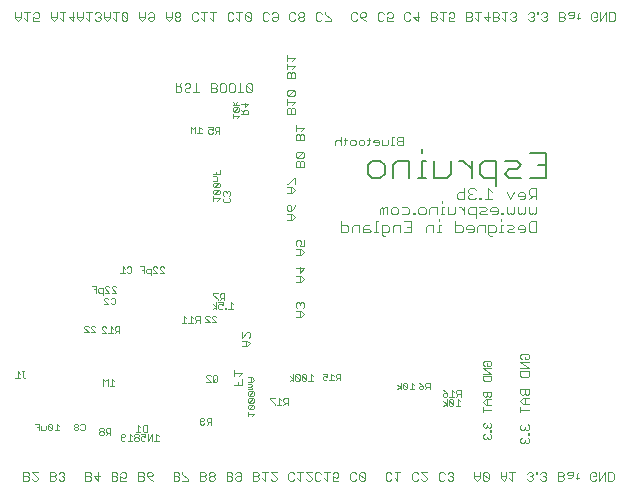
<source format=gbo>
G75*
G70*
%OFA0B0*%
%FSLAX24Y24*%
%IPPOS*%
%LPD*%
%AMOC8*
5,1,8,0,0,1.08239X$1,22.5*
%
%ADD10C,0.0030*%
%ADD11C,0.0070*%
%ADD12C,0.0020*%
D10*
X000936Y000336D02*
X001081Y000336D01*
X001130Y000384D01*
X001130Y000433D01*
X001081Y000481D01*
X000936Y000481D01*
X000936Y000626D02*
X000936Y000336D01*
X001081Y000481D02*
X001130Y000529D01*
X001130Y000578D01*
X001081Y000626D01*
X000936Y000626D01*
X001231Y000626D02*
X001424Y000433D01*
X001424Y000384D01*
X001376Y000336D01*
X001279Y000336D01*
X001231Y000384D01*
X001231Y000626D02*
X001424Y000626D01*
X001820Y000626D02*
X001820Y000336D01*
X001965Y000336D01*
X002014Y000384D01*
X002014Y000433D01*
X001965Y000481D01*
X001820Y000481D01*
X001820Y000626D02*
X001965Y000626D01*
X002014Y000578D01*
X002014Y000529D01*
X001965Y000481D01*
X002115Y000384D02*
X002163Y000336D01*
X002260Y000336D01*
X002308Y000384D01*
X002308Y000433D01*
X002260Y000481D01*
X002308Y000529D01*
X002308Y000578D01*
X002260Y000626D01*
X002163Y000626D01*
X002115Y000578D01*
X002211Y000481D02*
X002260Y000481D01*
X002999Y000481D02*
X003144Y000481D01*
X003192Y000529D01*
X003192Y000578D01*
X003144Y000626D01*
X002999Y000626D01*
X002999Y000336D01*
X003144Y000336D01*
X003192Y000384D01*
X003192Y000433D01*
X003144Y000481D01*
X003293Y000481D02*
X003487Y000481D01*
X003438Y000336D02*
X003293Y000481D01*
X003438Y000626D02*
X003438Y000336D01*
X003883Y000336D02*
X004028Y000336D01*
X004076Y000384D01*
X004076Y000433D01*
X004028Y000481D01*
X003883Y000481D01*
X004028Y000481D02*
X004076Y000529D01*
X004076Y000578D01*
X004028Y000626D01*
X003883Y000626D01*
X003883Y000336D01*
X004177Y000336D02*
X004177Y000481D01*
X004274Y000433D01*
X004322Y000433D01*
X004371Y000481D01*
X004371Y000578D01*
X004322Y000626D01*
X004226Y000626D01*
X004177Y000578D01*
X004177Y000336D02*
X004371Y000336D01*
X004767Y000336D02*
X004912Y000336D01*
X004960Y000384D01*
X004960Y000433D01*
X004912Y000481D01*
X004767Y000481D01*
X004912Y000481D02*
X004960Y000529D01*
X004960Y000578D01*
X004912Y000626D01*
X004767Y000626D01*
X004767Y000336D01*
X005061Y000481D02*
X005061Y000578D01*
X005110Y000626D01*
X005206Y000626D01*
X005255Y000578D01*
X005255Y000529D01*
X005206Y000481D01*
X005061Y000481D01*
X005158Y000384D01*
X005255Y000336D01*
X005945Y000336D02*
X006090Y000336D01*
X006139Y000384D01*
X006139Y000433D01*
X006090Y000481D01*
X005945Y000481D01*
X005945Y000626D02*
X005945Y000336D01*
X006090Y000481D02*
X006139Y000529D01*
X006139Y000578D01*
X006090Y000626D01*
X005945Y000626D01*
X006240Y000626D02*
X006240Y000578D01*
X006433Y000384D01*
X006433Y000336D01*
X006240Y000336D01*
X006829Y000336D02*
X006974Y000336D01*
X007023Y000384D01*
X007023Y000433D01*
X006974Y000481D01*
X006829Y000481D01*
X006829Y000626D02*
X006829Y000336D01*
X006974Y000481D02*
X007023Y000529D01*
X007023Y000578D01*
X006974Y000626D01*
X006829Y000626D01*
X007124Y000578D02*
X007124Y000529D01*
X007172Y000481D01*
X007269Y000481D01*
X007317Y000529D01*
X007317Y000578D01*
X007269Y000626D01*
X007172Y000626D01*
X007124Y000578D01*
X007172Y000481D02*
X007124Y000433D01*
X007124Y000384D01*
X007172Y000336D01*
X007269Y000336D01*
X007317Y000384D01*
X007317Y000433D01*
X007269Y000481D01*
X007713Y000481D02*
X007858Y000481D01*
X007906Y000529D01*
X007906Y000578D01*
X007858Y000626D01*
X007713Y000626D01*
X007713Y000336D01*
X007858Y000336D01*
X007906Y000384D01*
X007906Y000433D01*
X007858Y000481D01*
X008008Y000433D02*
X008056Y000481D01*
X008201Y000481D01*
X008201Y000384D02*
X008153Y000336D01*
X008056Y000336D01*
X008008Y000384D01*
X008008Y000433D01*
X008008Y000578D02*
X008056Y000626D01*
X008153Y000626D01*
X008201Y000578D01*
X008201Y000384D01*
X008597Y000336D02*
X008742Y000336D01*
X008790Y000384D01*
X008790Y000433D01*
X008742Y000481D01*
X008597Y000481D01*
X008597Y000626D02*
X008597Y000336D01*
X008742Y000481D02*
X008790Y000529D01*
X008790Y000578D01*
X008742Y000626D01*
X008597Y000626D01*
X008892Y000626D02*
X009085Y000626D01*
X008988Y000626D02*
X008988Y000336D01*
X008892Y000433D01*
X009186Y000384D02*
X009235Y000336D01*
X009331Y000336D01*
X009380Y000384D01*
X009380Y000433D01*
X009186Y000626D01*
X009380Y000626D01*
X009776Y000578D02*
X009776Y000384D01*
X009824Y000336D01*
X009921Y000336D01*
X009969Y000384D01*
X010070Y000433D02*
X010167Y000336D01*
X010167Y000626D01*
X010070Y000626D02*
X010264Y000626D01*
X010365Y000626D02*
X010558Y000433D01*
X010558Y000384D01*
X010510Y000336D01*
X010413Y000336D01*
X010365Y000384D01*
X010365Y000626D02*
X010558Y000626D01*
X010659Y000578D02*
X010708Y000626D01*
X010805Y000626D01*
X010853Y000578D01*
X010954Y000626D02*
X011148Y000626D01*
X011051Y000626D02*
X011051Y000336D01*
X010954Y000433D01*
X010853Y000384D02*
X010805Y000336D01*
X010708Y000336D01*
X010659Y000384D01*
X010659Y000578D01*
X011249Y000578D02*
X011297Y000626D01*
X011394Y000626D01*
X011442Y000578D01*
X011442Y000481D01*
X011394Y000433D01*
X011346Y000433D01*
X011249Y000481D01*
X011249Y000336D01*
X011442Y000336D01*
X011838Y000384D02*
X011838Y000578D01*
X011886Y000626D01*
X011983Y000626D01*
X012032Y000578D01*
X012133Y000578D02*
X012133Y000384D01*
X012181Y000336D01*
X012278Y000336D01*
X012326Y000384D01*
X012133Y000578D01*
X012181Y000626D01*
X012278Y000626D01*
X012326Y000578D01*
X012326Y000384D01*
X012032Y000384D02*
X011983Y000336D01*
X011886Y000336D01*
X011838Y000384D01*
X013017Y000384D02*
X013017Y000578D01*
X013065Y000626D01*
X013162Y000626D01*
X013210Y000578D01*
X013311Y000626D02*
X013505Y000626D01*
X013408Y000626D02*
X013408Y000336D01*
X013311Y000433D01*
X013210Y000384D02*
X013162Y000336D01*
X013065Y000336D01*
X013017Y000384D01*
X013901Y000384D02*
X013901Y000578D01*
X013949Y000626D01*
X014046Y000626D01*
X014094Y000578D01*
X014195Y000626D02*
X014389Y000433D01*
X014389Y000384D01*
X014340Y000336D01*
X014244Y000336D01*
X014195Y000384D01*
X014094Y000384D02*
X014046Y000336D01*
X013949Y000336D01*
X013901Y000384D01*
X014195Y000626D02*
X014389Y000626D01*
X014785Y000578D02*
X014785Y000384D01*
X014833Y000336D01*
X014930Y000336D01*
X014978Y000384D01*
X015079Y000384D02*
X015128Y000336D01*
X015224Y000336D01*
X015273Y000384D01*
X015273Y000433D01*
X015224Y000481D01*
X015273Y000529D01*
X015273Y000578D01*
X015224Y000626D01*
X015128Y000626D01*
X015079Y000578D01*
X014978Y000578D02*
X014930Y000626D01*
X014833Y000626D01*
X014785Y000578D01*
X015176Y000481D02*
X015224Y000481D01*
X015963Y000481D02*
X016157Y000481D01*
X016157Y000433D02*
X016157Y000626D01*
X016258Y000578D02*
X016451Y000384D01*
X016451Y000578D01*
X016403Y000626D01*
X016306Y000626D01*
X016258Y000578D01*
X016258Y000384D01*
X016306Y000336D01*
X016403Y000336D01*
X016451Y000384D01*
X016157Y000433D02*
X016060Y000336D01*
X015963Y000433D01*
X015963Y000626D01*
X016847Y000626D02*
X016847Y000433D01*
X016944Y000336D01*
X017041Y000433D01*
X017041Y000626D01*
X017142Y000626D02*
X017335Y000626D01*
X017238Y000626D02*
X017238Y000336D01*
X017142Y000433D01*
X017041Y000481D02*
X016847Y000481D01*
X017731Y000384D02*
X017779Y000336D01*
X017876Y000336D01*
X017924Y000384D01*
X017924Y000433D01*
X017876Y000481D01*
X017924Y000529D01*
X017924Y000578D01*
X017876Y000626D01*
X017779Y000626D01*
X017731Y000578D01*
X017828Y000481D02*
X017876Y000481D01*
X018026Y000578D02*
X018074Y000578D01*
X018074Y000626D01*
X018026Y000626D01*
X018026Y000578D01*
X018173Y000578D02*
X018221Y000626D01*
X018318Y000626D01*
X018366Y000578D01*
X018366Y000529D01*
X018318Y000481D01*
X018270Y000481D01*
X018318Y000481D02*
X018366Y000433D01*
X018366Y000384D01*
X018318Y000336D01*
X018221Y000336D01*
X018173Y000384D01*
X018762Y000336D02*
X018907Y000336D01*
X018956Y000384D01*
X018956Y000433D01*
X018907Y000481D01*
X018762Y000481D01*
X018762Y000626D02*
X018762Y000336D01*
X018907Y000481D02*
X018956Y000529D01*
X018956Y000578D01*
X018907Y000626D01*
X018762Y000626D01*
X019057Y000578D02*
X019105Y000529D01*
X019250Y000529D01*
X019250Y000481D02*
X019250Y000626D01*
X019105Y000626D01*
X019057Y000578D01*
X019105Y000433D02*
X019202Y000433D01*
X019250Y000481D01*
X019352Y000433D02*
X019448Y000433D01*
X019400Y000384D02*
X019400Y000578D01*
X019448Y000626D01*
X019843Y000578D02*
X019843Y000384D01*
X019891Y000336D01*
X019988Y000336D01*
X020036Y000384D01*
X020036Y000481D02*
X019939Y000481D01*
X020036Y000481D02*
X020036Y000578D01*
X019988Y000626D01*
X019891Y000626D01*
X019843Y000578D01*
X020137Y000626D02*
X020137Y000336D01*
X020331Y000626D01*
X020331Y000336D01*
X020432Y000336D02*
X020432Y000626D01*
X020577Y000626D01*
X020625Y000578D01*
X020625Y000384D01*
X020577Y000336D01*
X020432Y000336D01*
X017796Y001632D02*
X017748Y001584D01*
X017699Y001584D01*
X017651Y001632D01*
X017651Y001680D01*
X017651Y001632D02*
X017603Y001584D01*
X017554Y001584D01*
X017506Y001632D01*
X017506Y001729D01*
X017554Y001777D01*
X017748Y001777D02*
X017796Y001729D01*
X017796Y001632D01*
X017796Y001876D02*
X017796Y001924D01*
X017748Y001924D01*
X017748Y001876D01*
X017796Y001876D01*
X017748Y002026D02*
X017796Y002074D01*
X017796Y002171D01*
X017748Y002219D01*
X017651Y002122D02*
X017651Y002074D01*
X017699Y002026D01*
X017748Y002026D01*
X017651Y002074D02*
X017603Y002026D01*
X017554Y002026D01*
X017506Y002074D01*
X017506Y002171D01*
X017554Y002219D01*
X017506Y002615D02*
X017506Y002808D01*
X017506Y002712D02*
X017796Y002712D01*
X017796Y002909D02*
X017603Y002909D01*
X017506Y003006D01*
X017603Y003103D01*
X017796Y003103D01*
X017748Y003204D02*
X017796Y003252D01*
X017796Y003398D01*
X017506Y003398D01*
X017506Y003252D01*
X017554Y003204D01*
X017603Y003204D01*
X017651Y003252D01*
X017651Y003398D01*
X017651Y003252D02*
X017699Y003204D01*
X017748Y003204D01*
X017651Y003103D02*
X017651Y002909D01*
X017554Y003793D02*
X017506Y003842D01*
X017506Y003987D01*
X017796Y003987D01*
X017796Y003842D01*
X017748Y003793D01*
X017554Y003793D01*
X017506Y004088D02*
X017796Y004088D01*
X017506Y004282D01*
X017796Y004282D01*
X017748Y004383D02*
X017651Y004383D01*
X017651Y004479D01*
X017554Y004383D02*
X017506Y004431D01*
X017506Y004528D01*
X017554Y004576D01*
X017748Y004576D01*
X017796Y004528D01*
X017796Y004431D01*
X017748Y004383D01*
X017851Y008616D02*
X017789Y008678D01*
X017789Y008925D01*
X017851Y008986D01*
X018036Y008986D01*
X018036Y008616D01*
X017851Y008616D01*
X017668Y008678D02*
X017668Y008801D01*
X017606Y008863D01*
X017483Y008863D01*
X017421Y008801D01*
X017421Y008740D01*
X017668Y008740D01*
X017668Y008678D02*
X017606Y008616D01*
X017483Y008616D01*
X017300Y008616D02*
X017114Y008616D01*
X017053Y008678D01*
X017114Y008740D01*
X017238Y008740D01*
X017300Y008801D01*
X017238Y008863D01*
X017053Y008863D01*
X016931Y008863D02*
X016870Y008863D01*
X016870Y008616D01*
X016931Y008616D02*
X016808Y008616D01*
X016686Y008678D02*
X016624Y008616D01*
X016439Y008616D01*
X016439Y008554D02*
X016439Y008863D01*
X016624Y008863D01*
X016686Y008801D01*
X016686Y008678D01*
X016562Y008493D02*
X016501Y008493D01*
X016439Y008554D01*
X016317Y008616D02*
X016317Y008863D01*
X016132Y008863D01*
X016071Y008801D01*
X016071Y008616D01*
X015949Y008678D02*
X015887Y008616D01*
X015764Y008616D01*
X015702Y008740D02*
X015949Y008740D01*
X015949Y008801D02*
X015949Y008678D01*
X015949Y008801D02*
X015887Y008863D01*
X015764Y008863D01*
X015702Y008801D01*
X015702Y008740D01*
X015581Y008801D02*
X015519Y008863D01*
X015334Y008863D01*
X015334Y008986D02*
X015334Y008616D01*
X015519Y008616D01*
X015581Y008678D01*
X015581Y008801D01*
X015642Y009216D02*
X015642Y009463D01*
X015519Y009463D02*
X015457Y009463D01*
X015519Y009463D02*
X015642Y009340D01*
X015764Y009401D02*
X015825Y009463D01*
X016011Y009463D01*
X016011Y009093D01*
X016011Y009216D02*
X015825Y009216D01*
X015764Y009278D01*
X015764Y009401D01*
X015825Y009716D02*
X015949Y009716D01*
X016011Y009778D01*
X016133Y009778D02*
X016133Y009716D01*
X016195Y009716D01*
X016195Y009778D01*
X016133Y009778D01*
X016316Y009716D02*
X016563Y009716D01*
X016440Y009716D02*
X016440Y010086D01*
X016563Y009963D01*
X017053Y009963D02*
X017176Y009716D01*
X017300Y009963D01*
X017421Y009901D02*
X017421Y009840D01*
X017668Y009840D01*
X017668Y009901D02*
X017606Y009963D01*
X017483Y009963D01*
X017421Y009901D01*
X017483Y009716D02*
X017606Y009716D01*
X017668Y009778D01*
X017668Y009901D01*
X017789Y009901D02*
X017789Y010025D01*
X017851Y010086D01*
X018036Y010086D01*
X018036Y009716D01*
X018036Y009840D02*
X017851Y009840D01*
X017789Y009901D01*
X017913Y009840D02*
X017789Y009716D01*
X017789Y009463D02*
X017789Y009278D01*
X017851Y009216D01*
X017913Y009278D01*
X017974Y009216D01*
X018036Y009278D01*
X018036Y009463D01*
X017668Y009463D02*
X017668Y009278D01*
X017606Y009216D01*
X017544Y009278D01*
X017483Y009216D01*
X017421Y009278D01*
X017421Y009463D01*
X017300Y009463D02*
X017300Y009278D01*
X017238Y009216D01*
X017176Y009278D01*
X017114Y009216D01*
X017053Y009278D01*
X017053Y009463D01*
X016931Y009278D02*
X016870Y009278D01*
X016870Y009216D01*
X016931Y009216D01*
X016931Y009278D01*
X016747Y009278D02*
X016685Y009216D01*
X016562Y009216D01*
X016500Y009340D02*
X016747Y009340D01*
X016747Y009401D02*
X016685Y009463D01*
X016562Y009463D01*
X016500Y009401D01*
X016500Y009340D01*
X016379Y009401D02*
X016317Y009463D01*
X016132Y009463D01*
X016194Y009340D02*
X016317Y009340D01*
X016379Y009401D01*
X016379Y009216D02*
X016194Y009216D01*
X016132Y009278D01*
X016194Y009340D01*
X015825Y009716D02*
X015764Y009778D01*
X015764Y009840D01*
X015825Y009901D01*
X015887Y009901D01*
X015825Y009901D02*
X015764Y009963D01*
X015764Y010025D01*
X015825Y010086D01*
X015949Y010086D01*
X016011Y010025D01*
X015642Y010086D02*
X015642Y009716D01*
X015457Y009716D01*
X015395Y009778D01*
X015395Y009901D01*
X015457Y009963D01*
X015642Y009963D01*
X015335Y009463D02*
X015335Y009278D01*
X015274Y009216D01*
X015088Y009216D01*
X015088Y009463D01*
X014967Y009463D02*
X014905Y009463D01*
X014905Y009216D01*
X014844Y009216D02*
X014967Y009216D01*
X014721Y009216D02*
X014721Y009463D01*
X014536Y009463D01*
X014475Y009401D01*
X014475Y009216D01*
X014353Y009278D02*
X014291Y009216D01*
X014168Y009216D01*
X014106Y009278D01*
X014106Y009401D01*
X014168Y009463D01*
X014291Y009463D01*
X014353Y009401D01*
X014353Y009278D01*
X013985Y009278D02*
X013985Y009216D01*
X013923Y009216D01*
X013923Y009278D01*
X013985Y009278D01*
X013801Y009278D02*
X013739Y009216D01*
X013554Y009216D01*
X013432Y009278D02*
X013371Y009216D01*
X013247Y009216D01*
X013186Y009278D01*
X013186Y009401D01*
X013247Y009463D01*
X013371Y009463D01*
X013432Y009401D01*
X013432Y009278D01*
X013554Y009463D02*
X013739Y009463D01*
X013801Y009401D01*
X013801Y009278D01*
X013862Y008986D02*
X013615Y008986D01*
X013494Y008863D02*
X013309Y008863D01*
X013247Y008801D01*
X013247Y008616D01*
X013125Y008678D02*
X013064Y008616D01*
X012879Y008616D01*
X012879Y008554D02*
X012879Y008863D01*
X013064Y008863D01*
X013125Y008801D01*
X013125Y008678D01*
X013002Y008493D02*
X012940Y008493D01*
X012879Y008554D01*
X012757Y008616D02*
X012634Y008616D01*
X012695Y008616D02*
X012695Y008986D01*
X012757Y008986D01*
X012817Y009216D02*
X012817Y009401D01*
X012879Y009463D01*
X012941Y009401D01*
X012941Y009216D01*
X013064Y009216D02*
X013064Y009463D01*
X013002Y009463D01*
X012941Y009401D01*
X012450Y008863D02*
X012326Y008863D01*
X012265Y008801D01*
X012265Y008616D01*
X012450Y008616D01*
X012512Y008678D01*
X012450Y008740D01*
X012265Y008740D01*
X012143Y008863D02*
X011958Y008863D01*
X011896Y008801D01*
X011896Y008616D01*
X011775Y008678D02*
X011775Y008801D01*
X011713Y008863D01*
X011528Y008863D01*
X011528Y008986D02*
X011528Y008616D01*
X011713Y008616D01*
X011775Y008678D01*
X012143Y008616D02*
X012143Y008863D01*
X013494Y008863D02*
X013494Y008616D01*
X013615Y008616D02*
X013862Y008616D01*
X013862Y008986D01*
X013862Y008801D02*
X013739Y008801D01*
X014352Y008801D02*
X014352Y008616D01*
X014599Y008616D02*
X014599Y008863D01*
X014414Y008863D01*
X014352Y008801D01*
X014721Y008616D02*
X014844Y008616D01*
X014783Y008616D02*
X014783Y008863D01*
X014844Y008863D01*
X014783Y008986D02*
X014783Y009048D01*
X014905Y009586D02*
X014905Y009648D01*
X016747Y009401D02*
X016747Y009278D01*
X016870Y009048D02*
X016870Y008986D01*
X013586Y011516D02*
X013441Y011516D01*
X013393Y011565D01*
X013393Y011613D01*
X013441Y011661D01*
X013586Y011661D01*
X013586Y011516D02*
X013586Y011806D01*
X013441Y011806D01*
X013393Y011758D01*
X013393Y011710D01*
X013441Y011661D01*
X013292Y011516D02*
X013195Y011516D01*
X013243Y011516D02*
X013243Y011806D01*
X013292Y011806D01*
X013095Y011710D02*
X013095Y011565D01*
X013047Y011516D01*
X012902Y011516D01*
X012902Y011710D01*
X012800Y011661D02*
X012752Y011710D01*
X012655Y011710D01*
X012607Y011661D01*
X012607Y011613D01*
X012800Y011613D01*
X012800Y011565D02*
X012800Y011661D01*
X012800Y011565D02*
X012752Y011516D01*
X012655Y011516D01*
X012457Y011565D02*
X012409Y011516D01*
X012457Y011565D02*
X012457Y011758D01*
X012409Y011710D02*
X012506Y011710D01*
X012309Y011661D02*
X012309Y011565D01*
X012261Y011516D01*
X012164Y011516D01*
X012116Y011565D01*
X012116Y011661D01*
X012164Y011710D01*
X012261Y011710D01*
X012309Y011661D01*
X012015Y011661D02*
X012015Y011565D01*
X011966Y011516D01*
X011870Y011516D01*
X011821Y011565D01*
X011821Y011661D01*
X011870Y011710D01*
X011966Y011710D01*
X012015Y011661D01*
X011720Y011710D02*
X011623Y011710D01*
X011672Y011758D02*
X011672Y011565D01*
X011623Y011516D01*
X011524Y011516D02*
X011524Y011806D01*
X011475Y011710D02*
X011379Y011710D01*
X011330Y011661D01*
X011330Y011516D01*
X011524Y011661D02*
X011475Y011710D01*
X010306Y011693D02*
X010306Y011838D01*
X010258Y011886D01*
X010210Y011886D01*
X010161Y011838D01*
X010161Y011693D01*
X010016Y011693D02*
X010016Y011838D01*
X010065Y011886D01*
X010113Y011886D01*
X010161Y011838D01*
X010210Y011988D02*
X010306Y012084D01*
X010016Y012084D01*
X010016Y011988D02*
X010016Y012181D01*
X010006Y012577D02*
X009716Y012577D01*
X009716Y012722D01*
X009765Y012770D01*
X009813Y012770D01*
X009861Y012722D01*
X009861Y012577D01*
X009861Y012722D02*
X009910Y012770D01*
X009958Y012770D01*
X010006Y012722D01*
X010006Y012577D01*
X009910Y012872D02*
X010006Y012968D01*
X009716Y012968D01*
X009716Y012872D02*
X009716Y013065D01*
X009765Y013166D02*
X009958Y013360D01*
X009765Y013360D01*
X009716Y013311D01*
X009716Y013215D01*
X009765Y013166D01*
X009958Y013166D01*
X010006Y013215D01*
X010006Y013311D01*
X009958Y013360D01*
X010006Y013756D02*
X009716Y013756D01*
X009716Y013901D01*
X009765Y013949D01*
X009813Y013949D01*
X009861Y013901D01*
X009861Y013756D01*
X009861Y013901D02*
X009910Y013949D01*
X009958Y013949D01*
X010006Y013901D01*
X010006Y013756D01*
X009910Y014050D02*
X010006Y014147D01*
X009716Y014147D01*
X009716Y014050D02*
X009716Y014244D01*
X009716Y014345D02*
X009716Y014538D01*
X009716Y014442D02*
X010006Y014442D01*
X009910Y014345D01*
X008567Y013538D02*
X008518Y013586D01*
X008422Y013586D01*
X008373Y013538D01*
X008567Y013344D01*
X008567Y013538D01*
X008373Y013538D02*
X008373Y013344D01*
X008422Y013296D01*
X008518Y013296D01*
X008567Y013344D01*
X008272Y013296D02*
X008079Y013296D01*
X008175Y013296D02*
X008175Y013586D01*
X007978Y013538D02*
X007978Y013344D01*
X007929Y013296D01*
X007832Y013296D01*
X007784Y013344D01*
X007784Y013538D01*
X007832Y013586D01*
X007929Y013586D01*
X007978Y013538D01*
X007683Y013538D02*
X007683Y013344D01*
X007635Y013296D01*
X007538Y013296D01*
X007489Y013344D01*
X007489Y013538D01*
X007538Y013586D01*
X007635Y013586D01*
X007683Y013538D01*
X007388Y013538D02*
X007388Y013489D01*
X007340Y013441D01*
X007195Y013441D01*
X007340Y013441D02*
X007388Y013393D01*
X007388Y013344D01*
X007340Y013296D01*
X007195Y013296D01*
X007195Y013586D01*
X007340Y013586D01*
X007388Y013538D01*
X006799Y013296D02*
X006605Y013296D01*
X006702Y013296D02*
X006702Y013586D01*
X006504Y013538D02*
X006456Y013586D01*
X006359Y013586D01*
X006311Y013538D01*
X006359Y013441D02*
X006456Y013441D01*
X006504Y013489D01*
X006504Y013538D01*
X006359Y013441D02*
X006311Y013393D01*
X006311Y013344D01*
X006359Y013296D01*
X006456Y013296D01*
X006504Y013344D01*
X006210Y013344D02*
X006210Y013441D01*
X006161Y013489D01*
X006016Y013489D01*
X006113Y013489D02*
X006210Y013586D01*
X006016Y013586D02*
X006016Y013296D01*
X006161Y013296D01*
X006210Y013344D01*
X006125Y015666D02*
X006028Y015666D01*
X005980Y015714D01*
X005980Y015763D01*
X006028Y015811D01*
X006125Y015811D01*
X006173Y015859D01*
X006173Y015908D01*
X006125Y015956D01*
X006028Y015956D01*
X005980Y015908D01*
X005980Y015859D01*
X006028Y015811D01*
X006125Y015811D02*
X006173Y015763D01*
X006173Y015714D01*
X006125Y015666D01*
X005879Y015763D02*
X005879Y015956D01*
X005879Y015811D02*
X005685Y015811D01*
X005685Y015763D02*
X005782Y015666D01*
X005879Y015763D01*
X005685Y015763D02*
X005685Y015956D01*
X005289Y015908D02*
X005289Y015714D01*
X005241Y015666D01*
X005144Y015666D01*
X005096Y015714D01*
X005096Y015763D01*
X005144Y015811D01*
X005289Y015811D01*
X005289Y015908D02*
X005241Y015956D01*
X005144Y015956D01*
X005096Y015908D01*
X004995Y015956D02*
X004995Y015763D01*
X004898Y015666D01*
X004801Y015763D01*
X004801Y015956D01*
X004801Y015811D02*
X004995Y015811D01*
X004405Y015714D02*
X004212Y015908D01*
X004260Y015956D01*
X004357Y015956D01*
X004405Y015908D01*
X004405Y015714D01*
X004357Y015666D01*
X004260Y015666D01*
X004212Y015714D01*
X004212Y015908D01*
X004111Y015956D02*
X003917Y015956D01*
X004014Y015956D02*
X004014Y015666D01*
X003917Y015763D01*
X003816Y015763D02*
X003816Y015956D01*
X003816Y015811D02*
X003623Y015811D01*
X003623Y015763D02*
X003719Y015666D01*
X003816Y015763D01*
X003623Y015763D02*
X003623Y015956D01*
X003521Y015908D02*
X003473Y015956D01*
X003376Y015956D01*
X003328Y015908D01*
X003227Y015956D02*
X003033Y015956D01*
X003130Y015956D02*
X003130Y015666D01*
X003033Y015763D01*
X002932Y015763D02*
X002932Y015956D01*
X002932Y015811D02*
X002739Y015811D01*
X002739Y015763D02*
X002835Y015666D01*
X002932Y015763D01*
X002739Y015763D02*
X002739Y015956D01*
X002589Y015956D02*
X002589Y015666D01*
X002444Y015811D01*
X002638Y015811D01*
X002343Y015956D02*
X002149Y015956D01*
X002246Y015956D02*
X002246Y015666D01*
X002149Y015763D01*
X002048Y015763D02*
X002048Y015956D01*
X002048Y015811D02*
X001855Y015811D01*
X001855Y015763D02*
X001951Y015666D01*
X002048Y015763D01*
X001855Y015763D02*
X001855Y015956D01*
X001459Y015908D02*
X001411Y015956D01*
X001314Y015956D01*
X001265Y015908D01*
X001265Y015811D02*
X001362Y015763D01*
X001411Y015763D01*
X001459Y015811D01*
X001459Y015908D01*
X001265Y015811D02*
X001265Y015666D01*
X001459Y015666D01*
X001068Y015666D02*
X001068Y015956D01*
X001164Y015956D02*
X000971Y015956D01*
X000870Y015956D02*
X000870Y015763D01*
X000773Y015666D01*
X000676Y015763D01*
X000676Y015956D01*
X000676Y015811D02*
X000870Y015811D01*
X000971Y015763D02*
X001068Y015666D01*
X003328Y015714D02*
X003376Y015666D01*
X003473Y015666D01*
X003521Y015714D01*
X003521Y015763D01*
X003473Y015811D01*
X003521Y015859D01*
X003521Y015908D01*
X003473Y015811D02*
X003425Y015811D01*
X006569Y015714D02*
X006569Y015908D01*
X006617Y015956D01*
X006714Y015956D01*
X006763Y015908D01*
X006864Y015956D02*
X007057Y015956D01*
X006960Y015956D02*
X006960Y015666D01*
X006864Y015763D01*
X006763Y015714D02*
X006714Y015666D01*
X006617Y015666D01*
X006569Y015714D01*
X007158Y015763D02*
X007255Y015666D01*
X007255Y015956D01*
X007158Y015956D02*
X007352Y015956D01*
X007748Y015908D02*
X007748Y015714D01*
X007796Y015666D01*
X007893Y015666D01*
X007941Y015714D01*
X008042Y015763D02*
X008139Y015666D01*
X008139Y015956D01*
X008042Y015956D02*
X008236Y015956D01*
X008337Y015908D02*
X008530Y015714D01*
X008530Y015908D01*
X008482Y015956D01*
X008385Y015956D01*
X008337Y015908D01*
X008337Y015714D01*
X008385Y015666D01*
X008482Y015666D01*
X008530Y015714D01*
X008926Y015714D02*
X008926Y015908D01*
X008975Y015956D01*
X009071Y015956D01*
X009120Y015908D01*
X009221Y015908D02*
X009269Y015956D01*
X009366Y015956D01*
X009414Y015908D01*
X009414Y015714D01*
X009366Y015666D01*
X009269Y015666D01*
X009221Y015714D01*
X009221Y015763D01*
X009269Y015811D01*
X009414Y015811D01*
X009810Y015714D02*
X009810Y015908D01*
X009859Y015956D01*
X009955Y015956D01*
X010004Y015908D01*
X010105Y015908D02*
X010153Y015956D01*
X010250Y015956D01*
X010298Y015908D01*
X010298Y015859D01*
X010250Y015811D01*
X010153Y015811D01*
X010105Y015763D01*
X010105Y015714D01*
X010153Y015666D01*
X010250Y015666D01*
X010298Y015714D01*
X010298Y015763D01*
X010250Y015811D01*
X010153Y015811D02*
X010105Y015859D01*
X010105Y015908D01*
X010004Y015714D02*
X009955Y015666D01*
X009859Y015666D01*
X009810Y015714D01*
X009120Y015714D02*
X009071Y015666D01*
X008975Y015666D01*
X008926Y015714D01*
X007941Y015908D02*
X007893Y015956D01*
X007796Y015956D01*
X007748Y015908D01*
X010694Y015908D02*
X010694Y015714D01*
X010742Y015666D01*
X010839Y015666D01*
X010888Y015714D01*
X010989Y015666D02*
X011182Y015666D01*
X011182Y015714D01*
X010989Y015908D01*
X010989Y015956D01*
X010888Y015908D02*
X010839Y015956D01*
X010742Y015956D01*
X010694Y015908D01*
X011873Y015908D02*
X011873Y015714D01*
X011921Y015666D01*
X012018Y015666D01*
X012066Y015714D01*
X012167Y015811D02*
X012312Y015811D01*
X012361Y015859D01*
X012361Y015908D01*
X012312Y015956D01*
X012216Y015956D01*
X012167Y015908D01*
X012167Y015811D01*
X012264Y015714D01*
X012361Y015666D01*
X012066Y015908D02*
X012018Y015956D01*
X011921Y015956D01*
X011873Y015908D01*
X012757Y015908D02*
X012757Y015714D01*
X012805Y015666D01*
X012902Y015666D01*
X012950Y015714D01*
X013051Y015666D02*
X013051Y015811D01*
X013148Y015763D01*
X013196Y015763D01*
X013245Y015811D01*
X013245Y015908D01*
X013196Y015956D01*
X013100Y015956D01*
X013051Y015908D01*
X012950Y015908D02*
X012902Y015956D01*
X012805Y015956D01*
X012757Y015908D01*
X013051Y015666D02*
X013245Y015666D01*
X013641Y015714D02*
X013641Y015908D01*
X013689Y015956D01*
X013786Y015956D01*
X013834Y015908D01*
X013935Y015811D02*
X014080Y015666D01*
X014080Y015956D01*
X014129Y015811D02*
X013935Y015811D01*
X013834Y015714D02*
X013786Y015666D01*
X013689Y015666D01*
X013641Y015714D01*
X014525Y015666D02*
X014670Y015666D01*
X014718Y015714D01*
X014718Y015763D01*
X014670Y015811D01*
X014525Y015811D01*
X014670Y015811D02*
X014718Y015859D01*
X014718Y015908D01*
X014670Y015956D01*
X014525Y015956D01*
X014525Y015666D01*
X014819Y015763D02*
X014916Y015666D01*
X014916Y015956D01*
X014819Y015956D02*
X015013Y015956D01*
X015114Y015908D02*
X015162Y015956D01*
X015259Y015956D01*
X015307Y015908D01*
X015307Y015811D01*
X015259Y015763D01*
X015211Y015763D01*
X015114Y015811D01*
X015114Y015666D01*
X015307Y015666D01*
X015703Y015666D02*
X015703Y015956D01*
X015848Y015956D01*
X015897Y015908D01*
X015897Y015859D01*
X015848Y015811D01*
X015703Y015811D01*
X015703Y015666D02*
X015848Y015666D01*
X015897Y015714D01*
X015897Y015763D01*
X015848Y015811D01*
X015998Y015763D02*
X016094Y015666D01*
X016094Y015956D01*
X015998Y015956D02*
X016191Y015956D01*
X016292Y015811D02*
X016486Y015811D01*
X016587Y015811D02*
X016732Y015811D01*
X016781Y015859D01*
X016781Y015908D01*
X016732Y015956D01*
X016587Y015956D01*
X016587Y015666D01*
X016732Y015666D01*
X016781Y015714D01*
X016781Y015763D01*
X016732Y015811D01*
X016882Y015763D02*
X016978Y015666D01*
X016978Y015956D01*
X016882Y015956D02*
X017075Y015956D01*
X017176Y015908D02*
X017225Y015956D01*
X017321Y015956D01*
X017370Y015908D01*
X017370Y015859D01*
X017321Y015811D01*
X017273Y015811D01*
X017321Y015811D02*
X017370Y015763D01*
X017370Y015714D01*
X017321Y015666D01*
X017225Y015666D01*
X017176Y015714D01*
X017766Y015714D02*
X017814Y015666D01*
X017911Y015666D01*
X017959Y015714D01*
X017959Y015763D01*
X017911Y015811D01*
X017959Y015859D01*
X017959Y015908D01*
X017911Y015956D01*
X017814Y015956D01*
X017766Y015908D01*
X017862Y015811D02*
X017911Y015811D01*
X018060Y015908D02*
X018109Y015908D01*
X018109Y015956D01*
X018060Y015956D01*
X018060Y015908D01*
X018208Y015908D02*
X018256Y015956D01*
X018353Y015956D01*
X018401Y015908D01*
X018401Y015859D01*
X018353Y015811D01*
X018304Y015811D01*
X018353Y015811D02*
X018401Y015763D01*
X018401Y015714D01*
X018353Y015666D01*
X018256Y015666D01*
X018208Y015714D01*
X018797Y015666D02*
X018942Y015666D01*
X018990Y015714D01*
X018990Y015763D01*
X018942Y015811D01*
X018797Y015811D01*
X018942Y015811D02*
X018990Y015859D01*
X018990Y015908D01*
X018942Y015956D01*
X018797Y015956D01*
X018797Y015666D01*
X019140Y015763D02*
X019237Y015763D01*
X019285Y015811D01*
X019285Y015956D01*
X019140Y015956D01*
X019092Y015908D01*
X019140Y015859D01*
X019285Y015859D01*
X019386Y015763D02*
X019483Y015763D01*
X019435Y015714D02*
X019435Y015908D01*
X019483Y015956D01*
X019877Y015908D02*
X019926Y015956D01*
X020022Y015956D01*
X020071Y015908D01*
X020071Y015811D01*
X019974Y015811D01*
X020071Y015714D02*
X020022Y015666D01*
X019926Y015666D01*
X019877Y015714D01*
X019877Y015908D01*
X020172Y015956D02*
X020172Y015666D01*
X020365Y015956D01*
X020365Y015666D01*
X020467Y015666D02*
X020612Y015666D01*
X020660Y015714D01*
X020660Y015908D01*
X020612Y015956D01*
X020467Y015956D01*
X020467Y015666D01*
X016438Y015666D02*
X016292Y015811D01*
X016438Y015956D02*
X016438Y015666D01*
X010306Y011693D02*
X010016Y011693D01*
X010065Y011297D02*
X010016Y011249D01*
X010016Y011152D01*
X010065Y011104D01*
X010258Y011297D01*
X010065Y011297D01*
X010258Y011297D02*
X010306Y011249D01*
X010306Y011152D01*
X010258Y011104D01*
X010065Y011104D01*
X010065Y011003D02*
X010016Y010954D01*
X010016Y010809D01*
X010306Y010809D01*
X010306Y010954D01*
X010258Y011003D01*
X010210Y011003D01*
X010161Y010954D01*
X010161Y010809D01*
X010161Y010954D02*
X010113Y011003D01*
X010065Y011003D01*
X010006Y010413D02*
X009958Y010413D01*
X009765Y010220D01*
X009716Y010220D01*
X009716Y010119D02*
X009910Y010119D01*
X010006Y010022D01*
X009910Y009925D01*
X009716Y009925D01*
X009861Y009925D02*
X009861Y010119D01*
X010006Y010220D02*
X010006Y010413D01*
X010006Y009529D02*
X009958Y009433D01*
X009861Y009336D01*
X009861Y009481D01*
X009813Y009529D01*
X009765Y009529D01*
X009716Y009481D01*
X009716Y009384D01*
X009765Y009336D01*
X009861Y009336D01*
X009861Y009235D02*
X009861Y009041D01*
X009910Y009041D02*
X010006Y009138D01*
X009910Y009235D01*
X009716Y009235D01*
X009716Y009041D02*
X009910Y009041D01*
X010065Y008351D02*
X010016Y008302D01*
X010016Y008206D01*
X010065Y008157D01*
X010161Y008157D02*
X010210Y008254D01*
X010210Y008302D01*
X010161Y008351D01*
X010065Y008351D01*
X010161Y008157D02*
X010306Y008157D01*
X010306Y008351D01*
X010210Y008056D02*
X010016Y008056D01*
X010161Y008056D02*
X010161Y007863D01*
X010210Y007863D02*
X010306Y007959D01*
X010210Y008056D01*
X010210Y007863D02*
X010016Y007863D01*
X010161Y007467D02*
X010161Y007273D01*
X010306Y007418D01*
X010016Y007418D01*
X010016Y007172D02*
X010210Y007172D01*
X010306Y007075D01*
X010210Y006979D01*
X010016Y006979D01*
X010161Y006979D02*
X010161Y007172D01*
X010113Y006288D02*
X010065Y006288D01*
X010016Y006240D01*
X010016Y006143D01*
X010065Y006095D01*
X010016Y005994D02*
X010210Y005994D01*
X010306Y005897D01*
X010210Y005800D01*
X010016Y005800D01*
X010161Y005800D02*
X010161Y005994D01*
X010258Y006095D02*
X010306Y006143D01*
X010306Y006240D01*
X010258Y006288D01*
X010210Y006288D01*
X010161Y006240D01*
X010113Y006288D01*
X010161Y006240D02*
X010161Y006191D01*
X008506Y005256D02*
X008506Y005159D01*
X008458Y005111D01*
X008410Y005010D02*
X008216Y005010D01*
X008216Y005111D02*
X008410Y005304D01*
X008458Y005304D01*
X008506Y005256D01*
X008410Y005010D02*
X008506Y004913D01*
X008410Y004816D01*
X008216Y004816D01*
X008361Y004816D02*
X008361Y005010D01*
X008216Y005111D02*
X008216Y005304D01*
X007946Y004015D02*
X007946Y003822D01*
X007946Y003918D02*
X008236Y003918D01*
X008140Y003822D01*
X008236Y003720D02*
X008236Y003527D01*
X007946Y003527D01*
X008091Y003527D02*
X008091Y003624D01*
X008416Y003636D02*
X008563Y003636D01*
X008636Y003709D01*
X008563Y003783D01*
X008416Y003783D01*
X008526Y003783D02*
X008526Y003636D01*
X008526Y003552D02*
X008416Y003552D01*
X008416Y003479D02*
X008526Y003479D01*
X008563Y003516D01*
X008526Y003552D01*
X008526Y003479D02*
X008563Y003442D01*
X008563Y003406D01*
X008416Y003406D01*
X008453Y003322D02*
X008416Y003286D01*
X008416Y003212D01*
X008453Y003176D01*
X008600Y003322D01*
X008453Y003322D01*
X008453Y003176D02*
X008600Y003176D01*
X008636Y003212D01*
X008636Y003286D01*
X008600Y003322D01*
X008600Y003092D02*
X008453Y002945D01*
X008416Y002982D01*
X008416Y003055D01*
X008453Y003092D01*
X008600Y003092D01*
X008636Y003055D01*
X008636Y002982D01*
X008600Y002945D01*
X008453Y002945D01*
X008453Y002862D02*
X008416Y002825D01*
X008416Y002752D01*
X008453Y002715D01*
X008600Y002862D01*
X008453Y002862D01*
X008600Y002862D02*
X008636Y002825D01*
X008636Y002752D01*
X008600Y002715D01*
X008453Y002715D01*
X008416Y002632D02*
X008416Y002485D01*
X008416Y002558D02*
X008636Y002558D01*
X008563Y002485D01*
X009824Y000626D02*
X009921Y000626D01*
X009969Y000578D01*
X009824Y000626D02*
X009776Y000578D01*
D11*
X016709Y010159D02*
X016709Y010990D01*
X016293Y010990D01*
X016155Y010852D01*
X016155Y010575D01*
X016293Y010436D01*
X016709Y010436D01*
X016984Y010575D02*
X017122Y010713D01*
X017399Y010713D01*
X017537Y010852D01*
X017399Y010990D01*
X016984Y010990D01*
X016984Y010575D02*
X017122Y010436D01*
X017537Y010436D01*
X017812Y010436D02*
X018366Y010436D01*
X018366Y011267D01*
X017812Y011267D01*
X018089Y010852D02*
X018366Y010852D01*
X015880Y010990D02*
X015880Y010436D01*
X015880Y010713D02*
X015603Y010990D01*
X015465Y010990D01*
X015190Y010990D02*
X015190Y010575D01*
X015051Y010436D01*
X014636Y010436D01*
X014636Y010990D01*
X014361Y010990D02*
X014222Y010990D01*
X014222Y010436D01*
X014084Y010436D02*
X014361Y010436D01*
X013808Y010436D02*
X013808Y010990D01*
X013393Y010990D01*
X013255Y010852D01*
X013255Y010436D01*
X012980Y010575D02*
X012841Y010436D01*
X012564Y010436D01*
X012426Y010575D01*
X012426Y010852D01*
X012564Y010990D01*
X012841Y010990D01*
X012980Y010852D01*
X012980Y010575D01*
X014222Y011267D02*
X014222Y011405D01*
D12*
X008421Y012559D02*
X008421Y012669D01*
X008385Y012706D01*
X008311Y012706D01*
X008275Y012669D01*
X008275Y012559D01*
X008275Y012633D02*
X008201Y012706D01*
X008131Y012683D02*
X008131Y012756D01*
X008095Y012793D01*
X007948Y012646D01*
X007911Y012683D01*
X007911Y012756D01*
X007948Y012793D01*
X008095Y012793D01*
X008131Y012867D02*
X007911Y012867D01*
X007985Y012867D02*
X008058Y012977D01*
X007985Y012867D02*
X007911Y012977D01*
X008201Y012890D02*
X008421Y012890D01*
X008311Y012780D01*
X008311Y012927D01*
X008131Y012683D02*
X008095Y012646D01*
X007948Y012646D01*
X007911Y012572D02*
X007911Y012425D01*
X007911Y012498D02*
X008131Y012498D01*
X008058Y012425D01*
X008201Y012559D02*
X008421Y012559D01*
X007473Y012131D02*
X007473Y011911D01*
X007473Y011985D02*
X007363Y011985D01*
X007326Y012021D01*
X007326Y012095D01*
X007363Y012131D01*
X007473Y012131D01*
X007400Y011985D02*
X007326Y011911D01*
X007252Y011948D02*
X007215Y011911D01*
X007142Y011911D01*
X007105Y011948D01*
X007105Y012021D01*
X007142Y012058D01*
X007179Y012058D01*
X007252Y012021D01*
X007252Y012131D01*
X007105Y012131D01*
X006883Y012068D02*
X006810Y012141D01*
X006810Y011921D01*
X006883Y011921D02*
X006736Y011921D01*
X006662Y011921D02*
X006662Y012141D01*
X006589Y012068D01*
X006515Y012141D01*
X006515Y011921D01*
X007371Y010634D02*
X007371Y010560D01*
X007371Y010486D02*
X007261Y010486D01*
X007261Y010560D02*
X007481Y010560D01*
X007481Y010707D01*
X007371Y010486D02*
X007408Y010449D01*
X007408Y010339D01*
X007261Y010339D01*
X007298Y010265D02*
X007261Y010228D01*
X007261Y010155D01*
X007298Y010118D01*
X007445Y010265D01*
X007298Y010265D01*
X007445Y010265D02*
X007481Y010228D01*
X007481Y010155D01*
X007445Y010118D01*
X007298Y010118D01*
X007298Y010044D02*
X007261Y010007D01*
X007261Y009934D01*
X007298Y009897D01*
X007445Y010044D01*
X007298Y010044D01*
X007445Y010044D02*
X007481Y010007D01*
X007481Y009934D01*
X007445Y009897D01*
X007298Y009897D01*
X007261Y009823D02*
X007261Y009676D01*
X007261Y009750D02*
X007481Y009750D01*
X007408Y009676D01*
X007601Y009656D02*
X007601Y009729D01*
X007638Y009766D01*
X007638Y009840D02*
X007601Y009877D01*
X007601Y009950D01*
X007638Y009987D01*
X007675Y009987D01*
X007711Y009950D01*
X007711Y009914D01*
X007711Y009950D02*
X007748Y009987D01*
X007785Y009987D01*
X007821Y009950D01*
X007821Y009877D01*
X007785Y009840D01*
X007785Y009766D02*
X007821Y009729D01*
X007821Y009656D01*
X007785Y009619D01*
X007638Y009619D01*
X007601Y009656D01*
X005588Y007481D02*
X005625Y007445D01*
X005588Y007481D02*
X005515Y007481D01*
X005478Y007445D01*
X005478Y007408D01*
X005625Y007261D01*
X005478Y007261D01*
X005404Y007261D02*
X005257Y007408D01*
X005257Y007445D01*
X005294Y007481D01*
X005367Y007481D01*
X005404Y007445D01*
X005404Y007261D02*
X005257Y007261D01*
X005183Y007261D02*
X005073Y007261D01*
X005036Y007298D01*
X005036Y007371D01*
X005073Y007408D01*
X005183Y007408D01*
X005183Y007188D01*
X004962Y007261D02*
X004962Y007481D01*
X004815Y007481D01*
X004889Y007371D02*
X004962Y007371D01*
X004541Y007298D02*
X004504Y007261D01*
X004431Y007261D01*
X004394Y007298D01*
X004320Y007261D02*
X004173Y007261D01*
X004247Y007261D02*
X004247Y007481D01*
X004320Y007408D01*
X004394Y007445D02*
X004431Y007481D01*
X004504Y007481D01*
X004541Y007445D01*
X004541Y007298D01*
X004025Y006795D02*
X003988Y006831D01*
X003915Y006831D01*
X003878Y006795D01*
X003878Y006758D01*
X004025Y006611D01*
X003878Y006611D01*
X003804Y006611D02*
X003657Y006758D01*
X003657Y006795D01*
X003694Y006831D01*
X003767Y006831D01*
X003804Y006795D01*
X003804Y006611D02*
X003657Y006611D01*
X003583Y006611D02*
X003473Y006611D01*
X003436Y006648D01*
X003436Y006721D01*
X003473Y006758D01*
X003583Y006758D01*
X003583Y006538D01*
X003660Y006441D02*
X003734Y006441D01*
X003770Y006405D01*
X003844Y006405D02*
X003881Y006441D01*
X003954Y006441D01*
X003991Y006405D01*
X003991Y006258D01*
X003954Y006221D01*
X003881Y006221D01*
X003844Y006258D01*
X003770Y006221D02*
X003623Y006368D01*
X003623Y006405D01*
X003660Y006441D01*
X003623Y006221D02*
X003770Y006221D01*
X003362Y006611D02*
X003362Y006831D01*
X003215Y006831D01*
X003289Y006721D02*
X003362Y006721D01*
X003304Y005506D02*
X003341Y005470D01*
X003304Y005506D02*
X003231Y005506D01*
X003194Y005470D01*
X003194Y005433D01*
X003341Y005286D01*
X003194Y005286D01*
X003120Y005286D02*
X002973Y005433D01*
X002973Y005470D01*
X003010Y005506D01*
X003084Y005506D01*
X003120Y005470D01*
X003120Y005286D02*
X002973Y005286D01*
X003552Y005261D02*
X003699Y005261D01*
X003552Y005408D01*
X003552Y005445D01*
X003589Y005481D01*
X003663Y005481D01*
X003699Y005445D01*
X003847Y005481D02*
X003847Y005261D01*
X003920Y005261D02*
X003773Y005261D01*
X003920Y005408D02*
X003847Y005481D01*
X003994Y005445D02*
X003994Y005371D01*
X004031Y005335D01*
X004141Y005335D01*
X004068Y005335D02*
X003994Y005261D01*
X004141Y005261D02*
X004141Y005481D01*
X004031Y005481D01*
X003994Y005445D01*
X006222Y005611D02*
X006369Y005611D01*
X006296Y005611D02*
X006296Y005831D01*
X006369Y005758D01*
X006443Y005611D02*
X006590Y005611D01*
X006517Y005611D02*
X006517Y005831D01*
X006590Y005758D01*
X006664Y005795D02*
X006664Y005721D01*
X006701Y005685D01*
X006811Y005685D01*
X006738Y005685D02*
X006664Y005611D01*
X006811Y005611D02*
X006811Y005831D01*
X006701Y005831D01*
X006664Y005795D01*
X007003Y005805D02*
X007040Y005841D01*
X007114Y005841D01*
X007150Y005805D01*
X007224Y005805D02*
X007261Y005841D01*
X007334Y005841D01*
X007371Y005805D01*
X007224Y005805D02*
X007224Y005768D01*
X007371Y005621D01*
X007224Y005621D01*
X007150Y005621D02*
X007003Y005768D01*
X007003Y005805D01*
X007003Y005621D02*
X007150Y005621D01*
X007255Y006071D02*
X007365Y006145D01*
X007255Y006218D01*
X007365Y006291D02*
X007365Y006071D01*
X007440Y006108D02*
X007476Y006071D01*
X007550Y006071D01*
X007586Y006108D01*
X007586Y006181D02*
X007513Y006218D01*
X007476Y006218D01*
X007440Y006181D01*
X007440Y006108D01*
X007586Y006181D02*
X007586Y006291D01*
X007440Y006291D01*
X007422Y006361D02*
X007422Y006398D01*
X007275Y006545D01*
X007275Y006581D01*
X007422Y006581D01*
X007496Y006545D02*
X007496Y006471D01*
X007533Y006435D01*
X007643Y006435D01*
X007570Y006435D02*
X007496Y006361D01*
X007643Y006361D02*
X007643Y006581D01*
X007533Y006581D01*
X007496Y006545D01*
X007844Y006291D02*
X007844Y006071D01*
X007771Y006071D02*
X007918Y006071D01*
X007918Y006218D02*
X007844Y006291D01*
X007697Y006108D02*
X007660Y006108D01*
X007660Y006071D01*
X007697Y006071D01*
X007697Y006108D01*
X007366Y003861D02*
X007293Y003861D01*
X007256Y003825D01*
X007256Y003678D01*
X007293Y003641D01*
X007366Y003641D01*
X007403Y003678D01*
X007403Y003825D01*
X007366Y003861D01*
X007330Y003715D02*
X007256Y003641D01*
X007182Y003641D02*
X007035Y003788D01*
X007035Y003825D01*
X007072Y003861D01*
X007145Y003861D01*
X007182Y003825D01*
X007182Y003641D02*
X007035Y003641D01*
X007081Y002431D02*
X007044Y002395D01*
X007044Y002321D01*
X007081Y002285D01*
X007191Y002285D01*
X007118Y002285D02*
X007044Y002211D01*
X006970Y002248D02*
X006934Y002211D01*
X006860Y002211D01*
X006823Y002248D01*
X006823Y002395D01*
X006860Y002431D01*
X006934Y002431D01*
X006970Y002395D01*
X006970Y002358D01*
X006934Y002321D01*
X006823Y002321D01*
X007081Y002431D02*
X007191Y002431D01*
X007191Y002211D01*
X005447Y001818D02*
X005374Y001891D01*
X005374Y001671D01*
X005447Y001671D02*
X005300Y001671D01*
X005226Y001671D02*
X005226Y001891D01*
X005079Y001671D01*
X005079Y001891D01*
X005005Y001891D02*
X005005Y001781D01*
X004932Y001818D01*
X004895Y001818D01*
X004858Y001781D01*
X004858Y001708D01*
X004895Y001671D01*
X004968Y001671D01*
X005005Y001708D01*
X005005Y001891D02*
X004858Y001891D01*
X004842Y001971D02*
X004695Y001971D01*
X004769Y001971D02*
X004769Y002191D01*
X004842Y002118D01*
X004916Y002155D02*
X004953Y002191D01*
X005063Y002191D01*
X005063Y001971D01*
X004953Y001971D01*
X004916Y002008D01*
X004916Y002155D01*
X004747Y001891D02*
X004674Y001891D01*
X004637Y001855D01*
X004637Y001818D01*
X004674Y001781D01*
X004747Y001781D01*
X004784Y001818D01*
X004784Y001855D01*
X004747Y001891D01*
X004747Y001781D02*
X004784Y001745D01*
X004784Y001708D01*
X004747Y001671D01*
X004674Y001671D01*
X004637Y001708D01*
X004637Y001745D01*
X004674Y001781D01*
X004563Y001818D02*
X004490Y001891D01*
X004490Y001671D01*
X004563Y001671D02*
X004416Y001671D01*
X004342Y001708D02*
X004305Y001671D01*
X004232Y001671D01*
X004195Y001708D01*
X004195Y001855D01*
X004232Y001891D01*
X004305Y001891D01*
X004342Y001855D01*
X004342Y001818D01*
X004305Y001781D01*
X004195Y001781D01*
X003841Y001871D02*
X003841Y002091D01*
X003731Y002091D01*
X003694Y002055D01*
X003694Y001981D01*
X003731Y001945D01*
X003841Y001945D01*
X003768Y001945D02*
X003694Y001871D01*
X003620Y001908D02*
X003620Y001945D01*
X003584Y001981D01*
X003510Y001981D01*
X003473Y001945D01*
X003473Y001908D01*
X003510Y001871D01*
X003584Y001871D01*
X003620Y001908D01*
X003584Y001981D02*
X003620Y002018D01*
X003620Y002055D01*
X003584Y002091D01*
X003510Y002091D01*
X003473Y002055D01*
X003473Y002018D01*
X003510Y001981D01*
X002983Y002058D02*
X002946Y002021D01*
X002873Y002021D01*
X002836Y002058D01*
X002762Y002058D02*
X002762Y002095D01*
X002725Y002131D01*
X002652Y002131D01*
X002615Y002095D01*
X002615Y002058D01*
X002652Y002021D01*
X002725Y002021D01*
X002762Y002058D01*
X002725Y002131D02*
X002762Y002168D01*
X002762Y002205D01*
X002725Y002241D01*
X002652Y002241D01*
X002615Y002205D01*
X002615Y002168D01*
X002652Y002131D01*
X002836Y002205D02*
X002873Y002241D01*
X002946Y002241D01*
X002983Y002205D01*
X002983Y002058D01*
X002125Y002021D02*
X001978Y002021D01*
X002052Y002021D02*
X002052Y002241D01*
X002125Y002168D01*
X001904Y002205D02*
X001904Y002058D01*
X001757Y002205D01*
X001757Y002058D01*
X001794Y002021D01*
X001867Y002021D01*
X001904Y002058D01*
X001904Y002205D02*
X001867Y002241D01*
X001794Y002241D01*
X001757Y002205D01*
X001683Y002168D02*
X001683Y002058D01*
X001646Y002021D01*
X001536Y002021D01*
X001536Y002168D01*
X001462Y002131D02*
X001389Y002131D01*
X001462Y002021D02*
X001462Y002241D01*
X001315Y002241D01*
X001004Y003761D02*
X000968Y003761D01*
X000931Y003798D01*
X000931Y003981D01*
X000968Y003981D02*
X000894Y003981D01*
X000820Y003908D02*
X000747Y003981D01*
X000747Y003761D01*
X000820Y003761D02*
X000673Y003761D01*
X001004Y003761D02*
X001041Y003798D01*
X003603Y003731D02*
X003603Y003511D01*
X003750Y003511D02*
X003750Y003731D01*
X003677Y003658D01*
X003603Y003731D01*
X003898Y003731D02*
X003898Y003511D01*
X003971Y003511D02*
X003824Y003511D01*
X003971Y003658D02*
X003898Y003731D01*
X009165Y003091D02*
X009165Y003055D01*
X009312Y002908D01*
X009312Y002871D01*
X009386Y002871D02*
X009533Y002871D01*
X009460Y002871D02*
X009460Y003091D01*
X009533Y003018D01*
X009607Y003055D02*
X009607Y002981D01*
X009644Y002945D01*
X009754Y002945D01*
X009681Y002945D02*
X009607Y002871D01*
X009754Y002871D02*
X009754Y003091D01*
X009644Y003091D01*
X009607Y003055D01*
X009312Y003091D02*
X009165Y003091D01*
X009815Y003666D02*
X009925Y003740D01*
X009815Y003813D01*
X009925Y003886D02*
X009925Y003666D01*
X010000Y003703D02*
X010036Y003666D01*
X010110Y003666D01*
X010146Y003703D01*
X010000Y003850D01*
X010000Y003703D01*
X010146Y003703D02*
X010146Y003850D01*
X010110Y003886D01*
X010036Y003886D01*
X010000Y003850D01*
X010221Y003850D02*
X010221Y003703D01*
X010257Y003666D01*
X010331Y003666D01*
X010367Y003703D01*
X010221Y003850D01*
X010257Y003886D01*
X010331Y003886D01*
X010367Y003850D01*
X010367Y003703D01*
X010441Y003666D02*
X010588Y003666D01*
X010515Y003666D02*
X010515Y003886D01*
X010588Y003813D01*
X010915Y003801D02*
X010915Y003728D01*
X010952Y003691D01*
X011025Y003691D01*
X011062Y003728D01*
X011062Y003801D02*
X010989Y003838D01*
X010952Y003838D01*
X010915Y003801D01*
X010915Y003911D02*
X011062Y003911D01*
X011062Y003801D01*
X011136Y003691D02*
X011283Y003691D01*
X011210Y003691D02*
X011210Y003911D01*
X011283Y003838D01*
X011357Y003875D02*
X011357Y003801D01*
X011394Y003765D01*
X011504Y003765D01*
X011431Y003765D02*
X011357Y003691D01*
X011504Y003691D02*
X011504Y003911D01*
X011394Y003911D01*
X011357Y003875D01*
X013405Y003528D02*
X013515Y003455D01*
X013405Y003381D01*
X013515Y003381D02*
X013515Y003601D01*
X013590Y003565D02*
X013626Y003601D01*
X013700Y003601D01*
X013736Y003565D01*
X013736Y003418D01*
X013590Y003565D01*
X013590Y003418D01*
X013626Y003381D01*
X013700Y003381D01*
X013736Y003418D01*
X013811Y003381D02*
X013957Y003381D01*
X013884Y003381D02*
X013884Y003601D01*
X013957Y003528D01*
X014115Y003465D02*
X014152Y003501D01*
X014262Y003501D01*
X014262Y003428D01*
X014225Y003391D01*
X014152Y003391D01*
X014115Y003428D01*
X014115Y003465D01*
X014189Y003575D02*
X014262Y003501D01*
X014336Y003501D02*
X014373Y003465D01*
X014483Y003465D01*
X014410Y003465D02*
X014336Y003391D01*
X014336Y003501D02*
X014336Y003575D01*
X014373Y003611D01*
X014483Y003611D01*
X014483Y003391D01*
X014189Y003575D02*
X014115Y003611D01*
X014922Y003361D02*
X014996Y003325D01*
X015069Y003251D01*
X014959Y003251D01*
X014922Y003215D01*
X014922Y003178D01*
X014959Y003141D01*
X015033Y003141D01*
X015069Y003178D01*
X015069Y003251D01*
X015143Y003141D02*
X015290Y003141D01*
X015217Y003141D02*
X015217Y003361D01*
X015290Y003288D01*
X015364Y003325D02*
X015364Y003251D01*
X015401Y003215D01*
X015511Y003215D01*
X015438Y003215D02*
X015364Y003141D01*
X015418Y003056D02*
X015418Y002836D01*
X015491Y002836D02*
X015344Y002836D01*
X015270Y002873D02*
X015123Y003020D01*
X015123Y002873D01*
X015160Y002836D01*
X015234Y002836D01*
X015270Y002873D01*
X015270Y003020D01*
X015234Y003056D01*
X015160Y003056D01*
X015123Y003020D01*
X015049Y003056D02*
X015049Y002836D01*
X015049Y002910D02*
X014939Y002983D01*
X015049Y002910D02*
X014939Y002836D01*
X015418Y003056D02*
X015491Y002983D01*
X015511Y003141D02*
X015511Y003361D01*
X015401Y003361D01*
X015364Y003325D01*
X016271Y003310D02*
X016271Y003180D01*
X016314Y003137D01*
X016358Y003137D01*
X016401Y003180D01*
X016401Y003310D01*
X016531Y003310D02*
X016271Y003310D01*
X016401Y003180D02*
X016444Y003137D01*
X016488Y003137D01*
X016531Y003180D01*
X016531Y003310D01*
X016531Y003052D02*
X016358Y003052D01*
X016271Y002965D01*
X016358Y002879D01*
X016531Y002879D01*
X016401Y002879D02*
X016401Y003052D01*
X016271Y002794D02*
X016271Y002621D01*
X016271Y002708D02*
X016531Y002708D01*
X016488Y002279D02*
X016531Y002235D01*
X016531Y002149D01*
X016488Y002105D01*
X016444Y002105D01*
X016401Y002149D01*
X016401Y002192D01*
X016401Y002149D02*
X016358Y002105D01*
X016314Y002105D01*
X016271Y002149D01*
X016271Y002235D01*
X016314Y002279D01*
X016488Y002021D02*
X016488Y001978D01*
X016531Y001978D01*
X016531Y002021D01*
X016488Y002021D01*
X016488Y001892D02*
X016531Y001849D01*
X016531Y001762D01*
X016488Y001719D01*
X016444Y001719D01*
X016401Y001762D01*
X016401Y001805D01*
X016401Y001762D02*
X016358Y001719D01*
X016314Y001719D01*
X016271Y001762D01*
X016271Y001849D01*
X016314Y001892D01*
X016314Y003652D02*
X016271Y003696D01*
X016271Y003826D01*
X016531Y003826D01*
X016531Y003696D01*
X016488Y003652D01*
X016314Y003652D01*
X016271Y003910D02*
X016531Y003910D01*
X016271Y004083D01*
X016531Y004083D01*
X016488Y004168D02*
X016401Y004168D01*
X016401Y004254D01*
X016314Y004168D02*
X016271Y004211D01*
X016271Y004298D01*
X016314Y004341D01*
X016488Y004341D01*
X016531Y004298D01*
X016531Y004211D01*
X016488Y004168D01*
M02*

</source>
